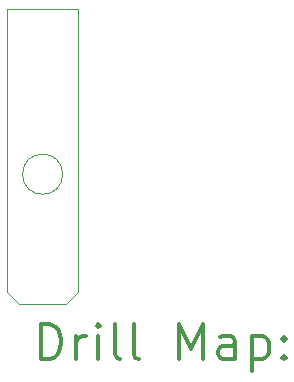
<source format=gbr>
%FSLAX45Y45*%
G04 Gerber Fmt 4.5, Leading zero omitted, Abs format (unit mm)*
G04 Created by KiCad (PCBNEW (5.1.9)-1) date 2022-03-02 13:46:01*
%MOMM*%
%LPD*%
G01*
G04 APERTURE LIST*
%TA.AperFunction,Profile*%
%ADD10C,0.025400*%
%TD*%
%ADD11C,0.200000*%
%ADD12C,0.300000*%
G04 APERTURE END LIST*
D10*
X14600000Y-10550000D02*
X14500000Y-10450000D01*
X15000000Y-10550000D02*
X15100000Y-10450000D01*
X14500000Y-10450000D02*
X14500000Y-8050000D01*
X15000000Y-10550000D02*
X14600000Y-10550000D01*
X15100000Y-8050000D02*
X15100000Y-10450000D01*
X14970000Y-9450000D02*
G75*
G03*
X14970000Y-9450000I-170000J0D01*
G01*
X14500000Y-8050000D02*
X15100000Y-8050000D01*
D11*
D12*
X14785158Y-11016984D02*
X14785158Y-10716984D01*
X14856587Y-10716984D01*
X14899444Y-10731270D01*
X14928016Y-10759842D01*
X14942301Y-10788413D01*
X14956587Y-10845556D01*
X14956587Y-10888413D01*
X14942301Y-10945556D01*
X14928016Y-10974127D01*
X14899444Y-11002699D01*
X14856587Y-11016984D01*
X14785158Y-11016984D01*
X15085158Y-11016984D02*
X15085158Y-10816984D01*
X15085158Y-10874127D02*
X15099444Y-10845556D01*
X15113730Y-10831270D01*
X15142301Y-10816984D01*
X15170873Y-10816984D01*
X15270873Y-11016984D02*
X15270873Y-10816984D01*
X15270873Y-10716984D02*
X15256587Y-10731270D01*
X15270873Y-10745556D01*
X15285158Y-10731270D01*
X15270873Y-10716984D01*
X15270873Y-10745556D01*
X15456587Y-11016984D02*
X15428016Y-11002699D01*
X15413730Y-10974127D01*
X15413730Y-10716984D01*
X15613730Y-11016984D02*
X15585158Y-11002699D01*
X15570873Y-10974127D01*
X15570873Y-10716984D01*
X15956587Y-11016984D02*
X15956587Y-10716984D01*
X16056587Y-10931270D01*
X16156587Y-10716984D01*
X16156587Y-11016984D01*
X16428016Y-11016984D02*
X16428016Y-10859842D01*
X16413730Y-10831270D01*
X16385158Y-10816984D01*
X16328016Y-10816984D01*
X16299444Y-10831270D01*
X16428016Y-11002699D02*
X16399444Y-11016984D01*
X16328016Y-11016984D01*
X16299444Y-11002699D01*
X16285158Y-10974127D01*
X16285158Y-10945556D01*
X16299444Y-10916984D01*
X16328016Y-10902699D01*
X16399444Y-10902699D01*
X16428016Y-10888413D01*
X16570873Y-10816984D02*
X16570873Y-11116984D01*
X16570873Y-10831270D02*
X16599444Y-10816984D01*
X16656587Y-10816984D01*
X16685158Y-10831270D01*
X16699444Y-10845556D01*
X16713730Y-10874127D01*
X16713730Y-10959842D01*
X16699444Y-10988413D01*
X16685158Y-11002699D01*
X16656587Y-11016984D01*
X16599444Y-11016984D01*
X16570873Y-11002699D01*
X16842301Y-10988413D02*
X16856587Y-11002699D01*
X16842301Y-11016984D01*
X16828016Y-11002699D01*
X16842301Y-10988413D01*
X16842301Y-11016984D01*
X16842301Y-10831270D02*
X16856587Y-10845556D01*
X16842301Y-10859842D01*
X16828016Y-10845556D01*
X16842301Y-10831270D01*
X16842301Y-10859842D01*
M02*

</source>
